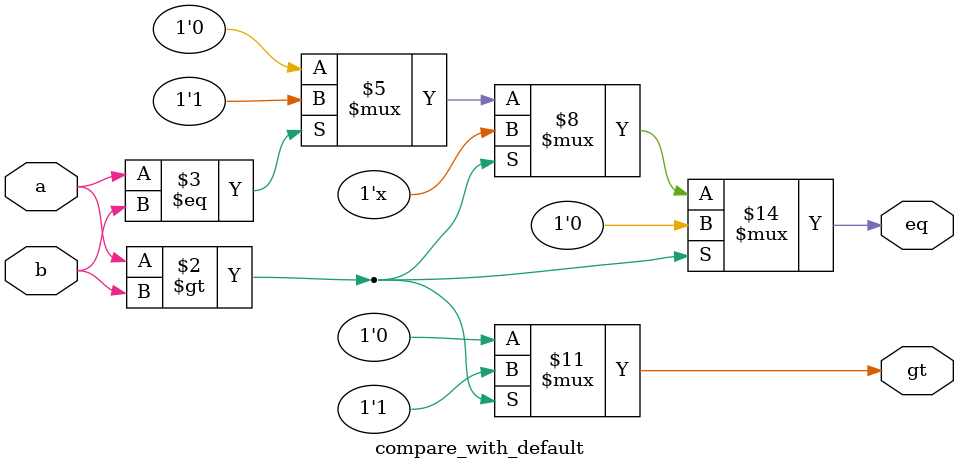
<source format=v>
module compare_with_default
   (
    input wire a, b,
    output reg gt, eq
   );

   // - use @* to include all inputs in sensitivity list
   // - assign each output with a default value
   always @*
   begin
      gt = 1'b0;  // default value for gt
      eq = 1'b0;  // default value for eq
      if (a > b)
         gt = 1'b1;
      else if (a == b)
         eq = 1'b1;
   end

endmodule

</source>
